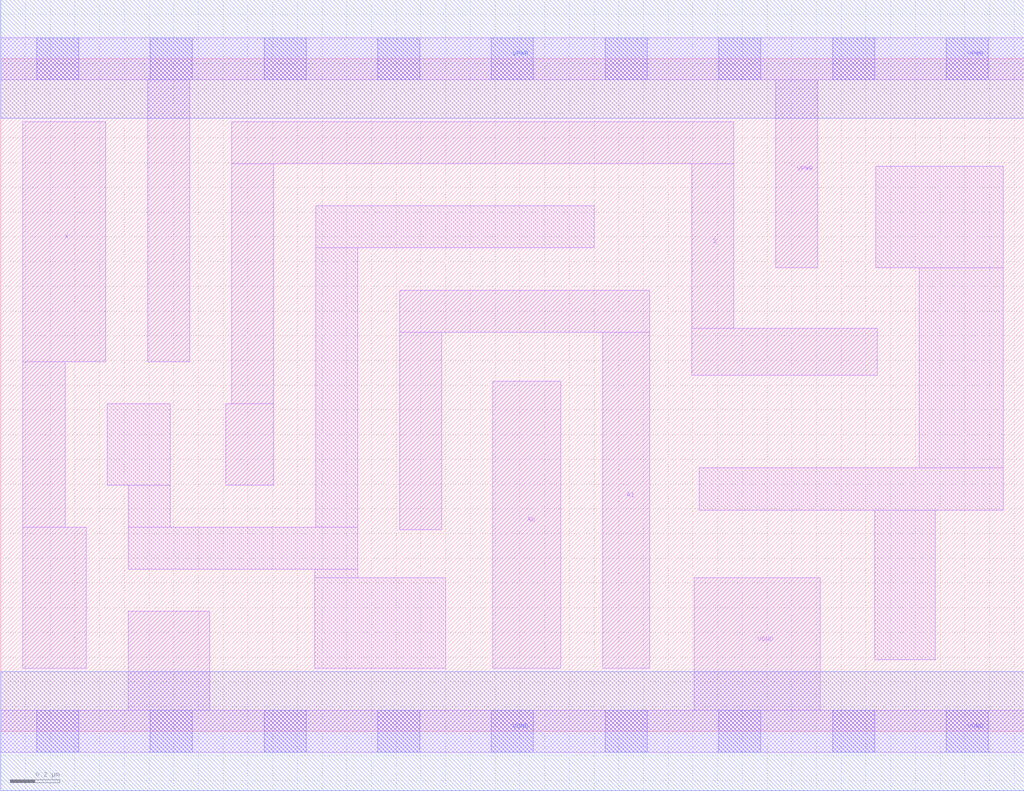
<source format=lef>
# Copyright 2020 The SkyWater PDK Authors
#
# Licensed under the Apache License, Version 2.0 (the "License");
# you may not use this file except in compliance with the License.
# You may obtain a copy of the License at
#
#     https://www.apache.org/licenses/LICENSE-2.0
#
# Unless required by applicable law or agreed to in writing, software
# distributed under the License is distributed on an "AS IS" BASIS,
# WITHOUT WARRANTIES OR CONDITIONS OF ANY KIND, either express or implied.
# See the License for the specific language governing permissions and
# limitations under the License.
#
# SPDX-License-Identifier: Apache-2.0

VERSION 5.7 ;
  NAMESCASESENSITIVE ON ;
  NOWIREEXTENSIONATPIN ON ;
  DIVIDERCHAR "/" ;
  BUSBITCHARS "[]" ;
UNITS
  DATABASE MICRONS 200 ;
END UNITS
MACRO sky130_fd_sc_hd__mux2_1
  CLASS CORE ;
  SOURCE USER ;
  FOREIGN sky130_fd_sc_hd__mux2_1 ;
  ORIGIN  0.000000  0.000000 ;
  SIZE  4.140000 BY  2.720000 ;
  SYMMETRY X Y R90 ;
  SITE unithd ;
  PIN A0
    ANTENNAGATEAREA  0.126000 ;
    DIRECTION INPUT ;
    USE SIGNAL ;
    PORT
      LAYER li1 ;
        RECT 1.990000 0.255000 2.265000 1.415000 ;
    END
  END A0
  PIN A1
    ANTENNAGATEAREA  0.126000 ;
    DIRECTION INPUT ;
    USE SIGNAL ;
    PORT
      LAYER li1 ;
        RECT 1.615000 0.815000 1.785000 1.615000 ;
        RECT 1.615000 1.615000 2.625000 1.785000 ;
        RECT 2.435000 0.255000 2.625000 1.615000 ;
    END
  END A1
  PIN S
    ANTENNAGATEAREA  0.252000 ;
    DIRECTION INPUT ;
    USE SIGNAL ;
    PORT
      LAYER li1 ;
        RECT 0.910000 0.995000 1.105000 1.325000 ;
        RECT 0.935000 1.325000 1.105000 2.295000 ;
        RECT 0.935000 2.295000 2.965000 2.465000 ;
        RECT 2.795000 1.440000 3.545000 1.630000 ;
        RECT 2.795000 1.630000 2.965000 2.295000 ;
    END
  END S
  PIN X
    ANTENNADIFFAREA  0.429000 ;
    DIRECTION OUTPUT ;
    USE SIGNAL ;
    PORT
      LAYER li1 ;
        RECT 0.090000 0.255000 0.345000 0.825000 ;
        RECT 0.090000 0.825000 0.260000 1.495000 ;
        RECT 0.090000 1.495000 0.425000 2.465000 ;
    END
  END X
  PIN VGND
    DIRECTION INOUT ;
    SHAPE ABUTMENT ;
    USE GROUND ;
    PORT
      LAYER li1 ;
        RECT 0.000000 -0.085000 4.140000 0.085000 ;
        RECT 0.515000  0.085000 0.845000 0.485000 ;
        RECT 2.805000  0.085000 3.315000 0.620000 ;
      LAYER mcon ;
        RECT 0.145000 -0.085000 0.315000 0.085000 ;
        RECT 0.605000 -0.085000 0.775000 0.085000 ;
        RECT 1.065000 -0.085000 1.235000 0.085000 ;
        RECT 1.525000 -0.085000 1.695000 0.085000 ;
        RECT 1.985000 -0.085000 2.155000 0.085000 ;
        RECT 2.445000 -0.085000 2.615000 0.085000 ;
        RECT 2.905000 -0.085000 3.075000 0.085000 ;
        RECT 3.365000 -0.085000 3.535000 0.085000 ;
        RECT 3.825000 -0.085000 3.995000 0.085000 ;
      LAYER met1 ;
        RECT 0.000000 -0.240000 4.140000 0.240000 ;
    END
  END VGND
  PIN VPWR
    DIRECTION INOUT ;
    SHAPE ABUTMENT ;
    USE POWER ;
    PORT
      LAYER li1 ;
        RECT 0.000000 2.635000 4.140000 2.805000 ;
        RECT 0.595000 1.495000 0.765000 2.635000 ;
        RECT 3.135000 1.875000 3.305000 2.635000 ;
      LAYER mcon ;
        RECT 0.145000 2.635000 0.315000 2.805000 ;
        RECT 0.605000 2.635000 0.775000 2.805000 ;
        RECT 1.065000 2.635000 1.235000 2.805000 ;
        RECT 1.525000 2.635000 1.695000 2.805000 ;
        RECT 1.985000 2.635000 2.155000 2.805000 ;
        RECT 2.445000 2.635000 2.615000 2.805000 ;
        RECT 2.905000 2.635000 3.075000 2.805000 ;
        RECT 3.365000 2.635000 3.535000 2.805000 ;
        RECT 3.825000 2.635000 3.995000 2.805000 ;
      LAYER met1 ;
        RECT 0.000000 2.480000 4.140000 2.960000 ;
    END
  END VPWR
  OBS
    LAYER li1 ;
      RECT 0.430000 0.995000 0.685000 1.325000 ;
      RECT 0.515000 0.655000 1.445000 0.825000 ;
      RECT 0.515000 0.825000 0.685000 0.995000 ;
      RECT 1.270000 0.255000 1.800000 0.620000 ;
      RECT 1.270000 0.620000 1.445000 0.655000 ;
      RECT 1.275000 0.825000 1.445000 1.955000 ;
      RECT 1.275000 1.955000 2.400000 2.125000 ;
      RECT 2.825000 0.895000 4.055000 1.065000 ;
      RECT 3.535000 0.290000 3.780000 0.895000 ;
      RECT 3.540000 1.875000 4.055000 2.285000 ;
      RECT 3.715000 1.065000 4.055000 1.875000 ;
  END
END sky130_fd_sc_hd__mux2_1

</source>
